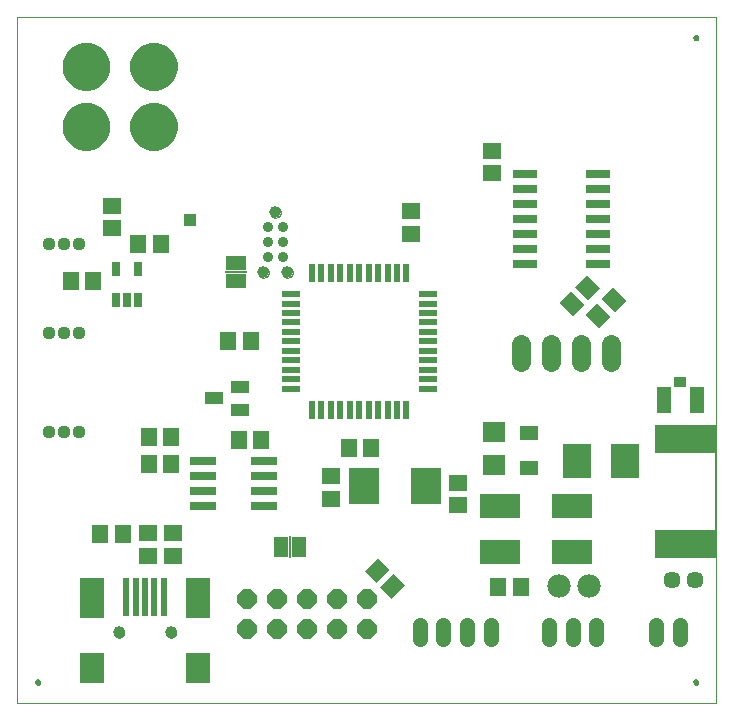
<source format=gts>
G04 EAGLE Gerber X2 export*
G75*
%MOMM*%
%FSLAX34Y34*%
%LPD*%
%AMOC8*
5,1,8,0,0,1.08239X$1,22.5*%
G01*
%ADD10C,0.000000*%
%ADD11C,0.508000*%
%ADD12C,0.889000*%
%ADD13C,0.990600*%
%ADD14R,1.901600X1.701600*%
%ADD15R,1.501600X1.301600*%
%ADD16R,1.601600X0.601600*%
%ADD17R,0.601600X1.601600*%
%ADD18R,1.601600X1.401600*%
%ADD19R,1.401600X1.601600*%
%ADD20R,2.601600X3.101600*%
%ADD21R,2.101600X2.601600*%
%ADD22R,2.101600X3.401600*%
%ADD23R,0.601600X3.201600*%
%ADD24C,1.001600*%
%ADD25C,1.117600*%
%ADD26C,2.000000*%
%ADD27R,2.301600X0.701600*%
%ADD28R,1.006400X1.006400*%
%ADD29R,2.133600X0.762000*%
%ADD30R,5.181600X2.387600*%
%ADD31P,1.759533X8X202.500000*%
%ADD32R,1.270000X1.701800*%
%ADD33R,0.152400X1.828800*%
%ADD34R,3.501600X2.001600*%
%ADD35C,1.625600*%
%ADD36R,1.151600X2.301600*%
%ADD37R,1.101600X0.901600*%
%ADD38C,1.301600*%
%ADD39C,1.451600*%
%ADD40R,1.701800X1.270000*%
%ADD41R,1.828800X0.152400*%
%ADD42C,1.981200*%
%ADD43R,2.387600X2.895600*%
%ADD44R,1.501600X1.101600*%
%ADD45R,0.651600X1.301600*%


D10*
X0Y0D02*
X591820Y0D01*
X591820Y580390D01*
X0Y580390D01*
X0Y0D01*
X572516Y17272D02*
X572518Y17362D01*
X572524Y17452D01*
X572534Y17541D01*
X572548Y17630D01*
X572566Y17718D01*
X572587Y17805D01*
X572613Y17891D01*
X572642Y17976D01*
X572675Y18060D01*
X572712Y18142D01*
X572752Y18222D01*
X572796Y18301D01*
X572843Y18377D01*
X572894Y18452D01*
X572947Y18524D01*
X573004Y18593D01*
X573064Y18660D01*
X573127Y18725D01*
X573193Y18786D01*
X573261Y18845D01*
X573332Y18900D01*
X573405Y18952D01*
X573481Y19001D01*
X573558Y19047D01*
X573638Y19089D01*
X573719Y19127D01*
X573802Y19162D01*
X573886Y19193D01*
X573972Y19221D01*
X574058Y19244D01*
X574146Y19264D01*
X574235Y19280D01*
X574324Y19292D01*
X574413Y19300D01*
X574503Y19304D01*
X574593Y19304D01*
X574683Y19300D01*
X574772Y19292D01*
X574861Y19280D01*
X574950Y19264D01*
X575038Y19244D01*
X575124Y19221D01*
X575210Y19193D01*
X575294Y19162D01*
X575377Y19127D01*
X575458Y19089D01*
X575538Y19047D01*
X575615Y19001D01*
X575691Y18952D01*
X575764Y18900D01*
X575835Y18845D01*
X575903Y18786D01*
X575969Y18725D01*
X576032Y18660D01*
X576092Y18593D01*
X576149Y18524D01*
X576202Y18452D01*
X576253Y18377D01*
X576300Y18301D01*
X576344Y18222D01*
X576384Y18142D01*
X576421Y18060D01*
X576454Y17976D01*
X576483Y17891D01*
X576509Y17805D01*
X576530Y17718D01*
X576548Y17630D01*
X576562Y17541D01*
X576572Y17452D01*
X576578Y17362D01*
X576580Y17272D01*
X576578Y17182D01*
X576572Y17092D01*
X576562Y17003D01*
X576548Y16914D01*
X576530Y16826D01*
X576509Y16739D01*
X576483Y16653D01*
X576454Y16568D01*
X576421Y16484D01*
X576384Y16402D01*
X576344Y16322D01*
X576300Y16243D01*
X576253Y16167D01*
X576202Y16092D01*
X576149Y16020D01*
X576092Y15951D01*
X576032Y15884D01*
X575969Y15819D01*
X575903Y15758D01*
X575835Y15699D01*
X575764Y15644D01*
X575691Y15592D01*
X575615Y15543D01*
X575538Y15497D01*
X575458Y15455D01*
X575377Y15417D01*
X575294Y15382D01*
X575210Y15351D01*
X575124Y15323D01*
X575038Y15300D01*
X574950Y15280D01*
X574861Y15264D01*
X574772Y15252D01*
X574683Y15244D01*
X574593Y15240D01*
X574503Y15240D01*
X574413Y15244D01*
X574324Y15252D01*
X574235Y15264D01*
X574146Y15280D01*
X574058Y15300D01*
X573972Y15323D01*
X573886Y15351D01*
X573802Y15382D01*
X573719Y15417D01*
X573638Y15455D01*
X573558Y15497D01*
X573481Y15543D01*
X573405Y15592D01*
X573332Y15644D01*
X573261Y15699D01*
X573193Y15758D01*
X573127Y15819D01*
X573064Y15884D01*
X573004Y15951D01*
X572947Y16020D01*
X572894Y16092D01*
X572843Y16167D01*
X572796Y16243D01*
X572752Y16322D01*
X572712Y16402D01*
X572675Y16484D01*
X572642Y16568D01*
X572613Y16653D01*
X572587Y16739D01*
X572566Y16826D01*
X572548Y16914D01*
X572534Y17003D01*
X572524Y17092D01*
X572518Y17182D01*
X572516Y17272D01*
D11*
X574548Y17272D03*
D10*
X15240Y17272D02*
X15242Y17362D01*
X15248Y17452D01*
X15258Y17541D01*
X15272Y17630D01*
X15290Y17718D01*
X15311Y17805D01*
X15337Y17891D01*
X15366Y17976D01*
X15399Y18060D01*
X15436Y18142D01*
X15476Y18222D01*
X15520Y18301D01*
X15567Y18377D01*
X15618Y18452D01*
X15671Y18524D01*
X15728Y18593D01*
X15788Y18660D01*
X15851Y18725D01*
X15917Y18786D01*
X15985Y18845D01*
X16056Y18900D01*
X16129Y18952D01*
X16205Y19001D01*
X16282Y19047D01*
X16362Y19089D01*
X16443Y19127D01*
X16526Y19162D01*
X16610Y19193D01*
X16696Y19221D01*
X16782Y19244D01*
X16870Y19264D01*
X16959Y19280D01*
X17048Y19292D01*
X17137Y19300D01*
X17227Y19304D01*
X17317Y19304D01*
X17407Y19300D01*
X17496Y19292D01*
X17585Y19280D01*
X17674Y19264D01*
X17762Y19244D01*
X17848Y19221D01*
X17934Y19193D01*
X18018Y19162D01*
X18101Y19127D01*
X18182Y19089D01*
X18262Y19047D01*
X18339Y19001D01*
X18415Y18952D01*
X18488Y18900D01*
X18559Y18845D01*
X18627Y18786D01*
X18693Y18725D01*
X18756Y18660D01*
X18816Y18593D01*
X18873Y18524D01*
X18926Y18452D01*
X18977Y18377D01*
X19024Y18301D01*
X19068Y18222D01*
X19108Y18142D01*
X19145Y18060D01*
X19178Y17976D01*
X19207Y17891D01*
X19233Y17805D01*
X19254Y17718D01*
X19272Y17630D01*
X19286Y17541D01*
X19296Y17452D01*
X19302Y17362D01*
X19304Y17272D01*
X19302Y17182D01*
X19296Y17092D01*
X19286Y17003D01*
X19272Y16914D01*
X19254Y16826D01*
X19233Y16739D01*
X19207Y16653D01*
X19178Y16568D01*
X19145Y16484D01*
X19108Y16402D01*
X19068Y16322D01*
X19024Y16243D01*
X18977Y16167D01*
X18926Y16092D01*
X18873Y16020D01*
X18816Y15951D01*
X18756Y15884D01*
X18693Y15819D01*
X18627Y15758D01*
X18559Y15699D01*
X18488Y15644D01*
X18415Y15592D01*
X18339Y15543D01*
X18262Y15497D01*
X18182Y15455D01*
X18101Y15417D01*
X18018Y15382D01*
X17934Y15351D01*
X17848Y15323D01*
X17762Y15300D01*
X17674Y15280D01*
X17585Y15264D01*
X17496Y15252D01*
X17407Y15244D01*
X17317Y15240D01*
X17227Y15240D01*
X17137Y15244D01*
X17048Y15252D01*
X16959Y15264D01*
X16870Y15280D01*
X16782Y15300D01*
X16696Y15323D01*
X16610Y15351D01*
X16526Y15382D01*
X16443Y15417D01*
X16362Y15455D01*
X16282Y15497D01*
X16205Y15543D01*
X16129Y15592D01*
X16056Y15644D01*
X15985Y15699D01*
X15917Y15758D01*
X15851Y15819D01*
X15788Y15884D01*
X15728Y15951D01*
X15671Y16020D01*
X15618Y16092D01*
X15567Y16167D01*
X15520Y16243D01*
X15476Y16322D01*
X15436Y16402D01*
X15399Y16484D01*
X15366Y16568D01*
X15337Y16653D01*
X15311Y16739D01*
X15290Y16826D01*
X15272Y16914D01*
X15258Y17003D01*
X15248Y17092D01*
X15242Y17182D01*
X15240Y17272D01*
D11*
X17272Y17272D03*
D10*
X572516Y563118D02*
X572518Y563208D01*
X572524Y563298D01*
X572534Y563387D01*
X572548Y563476D01*
X572566Y563564D01*
X572587Y563651D01*
X572613Y563737D01*
X572642Y563822D01*
X572675Y563906D01*
X572712Y563988D01*
X572752Y564068D01*
X572796Y564147D01*
X572843Y564223D01*
X572894Y564298D01*
X572947Y564370D01*
X573004Y564439D01*
X573064Y564506D01*
X573127Y564571D01*
X573193Y564632D01*
X573261Y564691D01*
X573332Y564746D01*
X573405Y564798D01*
X573481Y564847D01*
X573558Y564893D01*
X573638Y564935D01*
X573719Y564973D01*
X573802Y565008D01*
X573886Y565039D01*
X573972Y565067D01*
X574058Y565090D01*
X574146Y565110D01*
X574235Y565126D01*
X574324Y565138D01*
X574413Y565146D01*
X574503Y565150D01*
X574593Y565150D01*
X574683Y565146D01*
X574772Y565138D01*
X574861Y565126D01*
X574950Y565110D01*
X575038Y565090D01*
X575124Y565067D01*
X575210Y565039D01*
X575294Y565008D01*
X575377Y564973D01*
X575458Y564935D01*
X575538Y564893D01*
X575615Y564847D01*
X575691Y564798D01*
X575764Y564746D01*
X575835Y564691D01*
X575903Y564632D01*
X575969Y564571D01*
X576032Y564506D01*
X576092Y564439D01*
X576149Y564370D01*
X576202Y564298D01*
X576253Y564223D01*
X576300Y564147D01*
X576344Y564068D01*
X576384Y563988D01*
X576421Y563906D01*
X576454Y563822D01*
X576483Y563737D01*
X576509Y563651D01*
X576530Y563564D01*
X576548Y563476D01*
X576562Y563387D01*
X576572Y563298D01*
X576578Y563208D01*
X576580Y563118D01*
X576578Y563028D01*
X576572Y562938D01*
X576562Y562849D01*
X576548Y562760D01*
X576530Y562672D01*
X576509Y562585D01*
X576483Y562499D01*
X576454Y562414D01*
X576421Y562330D01*
X576384Y562248D01*
X576344Y562168D01*
X576300Y562089D01*
X576253Y562013D01*
X576202Y561938D01*
X576149Y561866D01*
X576092Y561797D01*
X576032Y561730D01*
X575969Y561665D01*
X575903Y561604D01*
X575835Y561545D01*
X575764Y561490D01*
X575691Y561438D01*
X575615Y561389D01*
X575538Y561343D01*
X575458Y561301D01*
X575377Y561263D01*
X575294Y561228D01*
X575210Y561197D01*
X575124Y561169D01*
X575038Y561146D01*
X574950Y561126D01*
X574861Y561110D01*
X574772Y561098D01*
X574683Y561090D01*
X574593Y561086D01*
X574503Y561086D01*
X574413Y561090D01*
X574324Y561098D01*
X574235Y561110D01*
X574146Y561126D01*
X574058Y561146D01*
X573972Y561169D01*
X573886Y561197D01*
X573802Y561228D01*
X573719Y561263D01*
X573638Y561301D01*
X573558Y561343D01*
X573481Y561389D01*
X573405Y561438D01*
X573332Y561490D01*
X573261Y561545D01*
X573193Y561604D01*
X573127Y561665D01*
X573064Y561730D01*
X573004Y561797D01*
X572947Y561866D01*
X572894Y561938D01*
X572843Y562013D01*
X572796Y562089D01*
X572752Y562168D01*
X572712Y562248D01*
X572675Y562330D01*
X572642Y562414D01*
X572613Y562499D01*
X572587Y562585D01*
X572566Y562672D01*
X572548Y562760D01*
X572534Y562849D01*
X572524Y562938D01*
X572518Y563028D01*
X572516Y563118D01*
D11*
X574548Y563118D03*
D12*
X224790Y402590D03*
X224790Y389890D03*
X224790Y377190D03*
X212090Y377190D03*
X212090Y389890D03*
X212090Y402590D03*
D10*
X213995Y415290D02*
X213997Y415423D01*
X214003Y415556D01*
X214013Y415688D01*
X214027Y415821D01*
X214045Y415952D01*
X214066Y416084D01*
X214092Y416214D01*
X214122Y416344D01*
X214155Y416473D01*
X214192Y416600D01*
X214234Y416727D01*
X214278Y416852D01*
X214327Y416976D01*
X214379Y417098D01*
X214435Y417219D01*
X214495Y417338D01*
X214558Y417455D01*
X214624Y417570D01*
X214694Y417683D01*
X214767Y417794D01*
X214844Y417903D01*
X214924Y418009D01*
X215007Y418113D01*
X215093Y418215D01*
X215182Y418313D01*
X215273Y418409D01*
X215368Y418503D01*
X215466Y418593D01*
X215566Y418681D01*
X215669Y418765D01*
X215774Y418847D01*
X215881Y418925D01*
X215991Y419000D01*
X216103Y419071D01*
X216218Y419139D01*
X216334Y419204D01*
X216452Y419266D01*
X216572Y419323D01*
X216693Y419377D01*
X216816Y419428D01*
X216941Y419474D01*
X217066Y419517D01*
X217194Y419557D01*
X217322Y419592D01*
X217451Y419624D01*
X217581Y419651D01*
X217712Y419675D01*
X217843Y419695D01*
X217975Y419711D01*
X218108Y419723D01*
X218241Y419731D01*
X218374Y419735D01*
X218506Y419735D01*
X218639Y419731D01*
X218772Y419723D01*
X218905Y419711D01*
X219037Y419695D01*
X219168Y419675D01*
X219299Y419651D01*
X219429Y419624D01*
X219558Y419592D01*
X219686Y419557D01*
X219814Y419517D01*
X219939Y419474D01*
X220064Y419428D01*
X220187Y419377D01*
X220308Y419323D01*
X220428Y419266D01*
X220546Y419204D01*
X220663Y419139D01*
X220777Y419071D01*
X220889Y419000D01*
X220999Y418925D01*
X221106Y418847D01*
X221211Y418765D01*
X221314Y418681D01*
X221414Y418593D01*
X221512Y418503D01*
X221607Y418409D01*
X221698Y418313D01*
X221787Y418215D01*
X221873Y418113D01*
X221956Y418009D01*
X222036Y417903D01*
X222113Y417794D01*
X222186Y417683D01*
X222256Y417570D01*
X222322Y417455D01*
X222385Y417338D01*
X222445Y417219D01*
X222501Y417098D01*
X222553Y416976D01*
X222602Y416852D01*
X222646Y416727D01*
X222688Y416600D01*
X222725Y416473D01*
X222758Y416344D01*
X222788Y416214D01*
X222814Y416084D01*
X222835Y415952D01*
X222853Y415821D01*
X222867Y415688D01*
X222877Y415556D01*
X222883Y415423D01*
X222885Y415290D01*
X222883Y415157D01*
X222877Y415024D01*
X222867Y414892D01*
X222853Y414759D01*
X222835Y414628D01*
X222814Y414496D01*
X222788Y414366D01*
X222758Y414236D01*
X222725Y414107D01*
X222688Y413980D01*
X222646Y413853D01*
X222602Y413728D01*
X222553Y413604D01*
X222501Y413482D01*
X222445Y413361D01*
X222385Y413242D01*
X222322Y413125D01*
X222256Y413010D01*
X222186Y412897D01*
X222113Y412786D01*
X222036Y412677D01*
X221956Y412571D01*
X221873Y412467D01*
X221787Y412365D01*
X221698Y412267D01*
X221607Y412171D01*
X221512Y412077D01*
X221414Y411987D01*
X221314Y411899D01*
X221211Y411815D01*
X221106Y411733D01*
X220999Y411655D01*
X220889Y411580D01*
X220777Y411509D01*
X220662Y411441D01*
X220546Y411376D01*
X220428Y411314D01*
X220308Y411257D01*
X220187Y411203D01*
X220064Y411152D01*
X219939Y411106D01*
X219814Y411063D01*
X219686Y411023D01*
X219558Y410988D01*
X219429Y410956D01*
X219299Y410929D01*
X219168Y410905D01*
X219037Y410885D01*
X218905Y410869D01*
X218772Y410857D01*
X218639Y410849D01*
X218506Y410845D01*
X218374Y410845D01*
X218241Y410849D01*
X218108Y410857D01*
X217975Y410869D01*
X217843Y410885D01*
X217712Y410905D01*
X217581Y410929D01*
X217451Y410956D01*
X217322Y410988D01*
X217194Y411023D01*
X217066Y411063D01*
X216941Y411106D01*
X216816Y411152D01*
X216693Y411203D01*
X216572Y411257D01*
X216452Y411314D01*
X216334Y411376D01*
X216217Y411441D01*
X216103Y411509D01*
X215991Y411580D01*
X215881Y411655D01*
X215774Y411733D01*
X215669Y411815D01*
X215566Y411899D01*
X215466Y411987D01*
X215368Y412077D01*
X215273Y412171D01*
X215182Y412267D01*
X215093Y412365D01*
X215007Y412467D01*
X214924Y412571D01*
X214844Y412677D01*
X214767Y412786D01*
X214694Y412897D01*
X214624Y413010D01*
X214558Y413125D01*
X214495Y413242D01*
X214435Y413361D01*
X214379Y413482D01*
X214327Y413604D01*
X214278Y413728D01*
X214234Y413853D01*
X214192Y413980D01*
X214155Y414107D01*
X214122Y414236D01*
X214092Y414366D01*
X214066Y414496D01*
X214045Y414628D01*
X214027Y414759D01*
X214013Y414892D01*
X214003Y415024D01*
X213997Y415157D01*
X213995Y415290D01*
D13*
X218440Y415290D03*
D10*
X203835Y364490D02*
X203837Y364623D01*
X203843Y364756D01*
X203853Y364888D01*
X203867Y365021D01*
X203885Y365152D01*
X203906Y365284D01*
X203932Y365414D01*
X203962Y365544D01*
X203995Y365673D01*
X204032Y365800D01*
X204074Y365927D01*
X204118Y366052D01*
X204167Y366176D01*
X204219Y366298D01*
X204275Y366419D01*
X204335Y366538D01*
X204398Y366655D01*
X204464Y366770D01*
X204534Y366883D01*
X204607Y366994D01*
X204684Y367103D01*
X204764Y367209D01*
X204847Y367313D01*
X204933Y367415D01*
X205022Y367513D01*
X205113Y367609D01*
X205208Y367703D01*
X205306Y367793D01*
X205406Y367881D01*
X205509Y367965D01*
X205614Y368047D01*
X205721Y368125D01*
X205831Y368200D01*
X205943Y368271D01*
X206058Y368339D01*
X206174Y368404D01*
X206292Y368466D01*
X206412Y368523D01*
X206533Y368577D01*
X206656Y368628D01*
X206781Y368674D01*
X206906Y368717D01*
X207034Y368757D01*
X207162Y368792D01*
X207291Y368824D01*
X207421Y368851D01*
X207552Y368875D01*
X207683Y368895D01*
X207815Y368911D01*
X207948Y368923D01*
X208081Y368931D01*
X208214Y368935D01*
X208346Y368935D01*
X208479Y368931D01*
X208612Y368923D01*
X208745Y368911D01*
X208877Y368895D01*
X209008Y368875D01*
X209139Y368851D01*
X209269Y368824D01*
X209398Y368792D01*
X209526Y368757D01*
X209654Y368717D01*
X209779Y368674D01*
X209904Y368628D01*
X210027Y368577D01*
X210148Y368523D01*
X210268Y368466D01*
X210386Y368404D01*
X210503Y368339D01*
X210617Y368271D01*
X210729Y368200D01*
X210839Y368125D01*
X210946Y368047D01*
X211051Y367965D01*
X211154Y367881D01*
X211254Y367793D01*
X211352Y367703D01*
X211447Y367609D01*
X211538Y367513D01*
X211627Y367415D01*
X211713Y367313D01*
X211796Y367209D01*
X211876Y367103D01*
X211953Y366994D01*
X212026Y366883D01*
X212096Y366770D01*
X212162Y366655D01*
X212225Y366538D01*
X212285Y366419D01*
X212341Y366298D01*
X212393Y366176D01*
X212442Y366052D01*
X212486Y365927D01*
X212528Y365800D01*
X212565Y365673D01*
X212598Y365544D01*
X212628Y365414D01*
X212654Y365284D01*
X212675Y365152D01*
X212693Y365021D01*
X212707Y364888D01*
X212717Y364756D01*
X212723Y364623D01*
X212725Y364490D01*
X212723Y364357D01*
X212717Y364224D01*
X212707Y364092D01*
X212693Y363959D01*
X212675Y363828D01*
X212654Y363696D01*
X212628Y363566D01*
X212598Y363436D01*
X212565Y363307D01*
X212528Y363180D01*
X212486Y363053D01*
X212442Y362928D01*
X212393Y362804D01*
X212341Y362682D01*
X212285Y362561D01*
X212225Y362442D01*
X212162Y362325D01*
X212096Y362210D01*
X212026Y362097D01*
X211953Y361986D01*
X211876Y361877D01*
X211796Y361771D01*
X211713Y361667D01*
X211627Y361565D01*
X211538Y361467D01*
X211447Y361371D01*
X211352Y361277D01*
X211254Y361187D01*
X211154Y361099D01*
X211051Y361015D01*
X210946Y360933D01*
X210839Y360855D01*
X210729Y360780D01*
X210617Y360709D01*
X210502Y360641D01*
X210386Y360576D01*
X210268Y360514D01*
X210148Y360457D01*
X210027Y360403D01*
X209904Y360352D01*
X209779Y360306D01*
X209654Y360263D01*
X209526Y360223D01*
X209398Y360188D01*
X209269Y360156D01*
X209139Y360129D01*
X209008Y360105D01*
X208877Y360085D01*
X208745Y360069D01*
X208612Y360057D01*
X208479Y360049D01*
X208346Y360045D01*
X208214Y360045D01*
X208081Y360049D01*
X207948Y360057D01*
X207815Y360069D01*
X207683Y360085D01*
X207552Y360105D01*
X207421Y360129D01*
X207291Y360156D01*
X207162Y360188D01*
X207034Y360223D01*
X206906Y360263D01*
X206781Y360306D01*
X206656Y360352D01*
X206533Y360403D01*
X206412Y360457D01*
X206292Y360514D01*
X206174Y360576D01*
X206057Y360641D01*
X205943Y360709D01*
X205831Y360780D01*
X205721Y360855D01*
X205614Y360933D01*
X205509Y361015D01*
X205406Y361099D01*
X205306Y361187D01*
X205208Y361277D01*
X205113Y361371D01*
X205022Y361467D01*
X204933Y361565D01*
X204847Y361667D01*
X204764Y361771D01*
X204684Y361877D01*
X204607Y361986D01*
X204534Y362097D01*
X204464Y362210D01*
X204398Y362325D01*
X204335Y362442D01*
X204275Y362561D01*
X204219Y362682D01*
X204167Y362804D01*
X204118Y362928D01*
X204074Y363053D01*
X204032Y363180D01*
X203995Y363307D01*
X203962Y363436D01*
X203932Y363566D01*
X203906Y363696D01*
X203885Y363828D01*
X203867Y363959D01*
X203853Y364092D01*
X203843Y364224D01*
X203837Y364357D01*
X203835Y364490D01*
D13*
X208280Y364490D03*
D10*
X224155Y364490D02*
X224157Y364623D01*
X224163Y364756D01*
X224173Y364888D01*
X224187Y365021D01*
X224205Y365152D01*
X224226Y365284D01*
X224252Y365414D01*
X224282Y365544D01*
X224315Y365673D01*
X224352Y365800D01*
X224394Y365927D01*
X224438Y366052D01*
X224487Y366176D01*
X224539Y366298D01*
X224595Y366419D01*
X224655Y366538D01*
X224718Y366655D01*
X224784Y366770D01*
X224854Y366883D01*
X224927Y366994D01*
X225004Y367103D01*
X225084Y367209D01*
X225167Y367313D01*
X225253Y367415D01*
X225342Y367513D01*
X225433Y367609D01*
X225528Y367703D01*
X225626Y367793D01*
X225726Y367881D01*
X225829Y367965D01*
X225934Y368047D01*
X226041Y368125D01*
X226151Y368200D01*
X226263Y368271D01*
X226378Y368339D01*
X226494Y368404D01*
X226612Y368466D01*
X226732Y368523D01*
X226853Y368577D01*
X226976Y368628D01*
X227101Y368674D01*
X227226Y368717D01*
X227354Y368757D01*
X227482Y368792D01*
X227611Y368824D01*
X227741Y368851D01*
X227872Y368875D01*
X228003Y368895D01*
X228135Y368911D01*
X228268Y368923D01*
X228401Y368931D01*
X228534Y368935D01*
X228666Y368935D01*
X228799Y368931D01*
X228932Y368923D01*
X229065Y368911D01*
X229197Y368895D01*
X229328Y368875D01*
X229459Y368851D01*
X229589Y368824D01*
X229718Y368792D01*
X229846Y368757D01*
X229974Y368717D01*
X230099Y368674D01*
X230224Y368628D01*
X230347Y368577D01*
X230468Y368523D01*
X230588Y368466D01*
X230706Y368404D01*
X230823Y368339D01*
X230937Y368271D01*
X231049Y368200D01*
X231159Y368125D01*
X231266Y368047D01*
X231371Y367965D01*
X231474Y367881D01*
X231574Y367793D01*
X231672Y367703D01*
X231767Y367609D01*
X231858Y367513D01*
X231947Y367415D01*
X232033Y367313D01*
X232116Y367209D01*
X232196Y367103D01*
X232273Y366994D01*
X232346Y366883D01*
X232416Y366770D01*
X232482Y366655D01*
X232545Y366538D01*
X232605Y366419D01*
X232661Y366298D01*
X232713Y366176D01*
X232762Y366052D01*
X232806Y365927D01*
X232848Y365800D01*
X232885Y365673D01*
X232918Y365544D01*
X232948Y365414D01*
X232974Y365284D01*
X232995Y365152D01*
X233013Y365021D01*
X233027Y364888D01*
X233037Y364756D01*
X233043Y364623D01*
X233045Y364490D01*
X233043Y364357D01*
X233037Y364224D01*
X233027Y364092D01*
X233013Y363959D01*
X232995Y363828D01*
X232974Y363696D01*
X232948Y363566D01*
X232918Y363436D01*
X232885Y363307D01*
X232848Y363180D01*
X232806Y363053D01*
X232762Y362928D01*
X232713Y362804D01*
X232661Y362682D01*
X232605Y362561D01*
X232545Y362442D01*
X232482Y362325D01*
X232416Y362210D01*
X232346Y362097D01*
X232273Y361986D01*
X232196Y361877D01*
X232116Y361771D01*
X232033Y361667D01*
X231947Y361565D01*
X231858Y361467D01*
X231767Y361371D01*
X231672Y361277D01*
X231574Y361187D01*
X231474Y361099D01*
X231371Y361015D01*
X231266Y360933D01*
X231159Y360855D01*
X231049Y360780D01*
X230937Y360709D01*
X230822Y360641D01*
X230706Y360576D01*
X230588Y360514D01*
X230468Y360457D01*
X230347Y360403D01*
X230224Y360352D01*
X230099Y360306D01*
X229974Y360263D01*
X229846Y360223D01*
X229718Y360188D01*
X229589Y360156D01*
X229459Y360129D01*
X229328Y360105D01*
X229197Y360085D01*
X229065Y360069D01*
X228932Y360057D01*
X228799Y360049D01*
X228666Y360045D01*
X228534Y360045D01*
X228401Y360049D01*
X228268Y360057D01*
X228135Y360069D01*
X228003Y360085D01*
X227872Y360105D01*
X227741Y360129D01*
X227611Y360156D01*
X227482Y360188D01*
X227354Y360223D01*
X227226Y360263D01*
X227101Y360306D01*
X226976Y360352D01*
X226853Y360403D01*
X226732Y360457D01*
X226612Y360514D01*
X226494Y360576D01*
X226377Y360641D01*
X226263Y360709D01*
X226151Y360780D01*
X226041Y360855D01*
X225934Y360933D01*
X225829Y361015D01*
X225726Y361099D01*
X225626Y361187D01*
X225528Y361277D01*
X225433Y361371D01*
X225342Y361467D01*
X225253Y361565D01*
X225167Y361667D01*
X225084Y361771D01*
X225004Y361877D01*
X224927Y361986D01*
X224854Y362097D01*
X224784Y362210D01*
X224718Y362325D01*
X224655Y362442D01*
X224595Y362561D01*
X224539Y362682D01*
X224487Y362804D01*
X224438Y362928D01*
X224394Y363053D01*
X224352Y363180D01*
X224315Y363307D01*
X224282Y363436D01*
X224252Y363566D01*
X224226Y363696D01*
X224205Y363828D01*
X224187Y363959D01*
X224173Y364092D01*
X224163Y364224D01*
X224157Y364357D01*
X224155Y364490D01*
D13*
X228600Y364490D03*
D14*
X403352Y201392D03*
X403352Y229392D03*
D15*
X432816Y228868D03*
X432816Y198868D03*
D16*
X231306Y346070D03*
X231306Y338070D03*
X231306Y330070D03*
X231306Y322070D03*
X231306Y314070D03*
X231306Y306070D03*
X231306Y298070D03*
X231306Y290070D03*
X231306Y282070D03*
X231306Y274070D03*
X231306Y266070D03*
D17*
X249306Y248070D03*
X257306Y248070D03*
X265306Y248070D03*
X273306Y248070D03*
X281306Y248070D03*
X289306Y248070D03*
X297306Y248070D03*
X305306Y248070D03*
X313306Y248070D03*
X321306Y248070D03*
X329306Y248070D03*
D16*
X347306Y266070D03*
X347306Y274070D03*
X347306Y282070D03*
X347306Y290070D03*
X347306Y298070D03*
X347306Y306070D03*
X347306Y314070D03*
X347306Y322070D03*
X347306Y330070D03*
X347306Y338070D03*
X347306Y346070D03*
D17*
X329306Y364070D03*
X321306Y364070D03*
X313306Y364070D03*
X305306Y364070D03*
X297306Y364070D03*
X289306Y364070D03*
X281306Y364070D03*
X273306Y364070D03*
X265306Y364070D03*
X257306Y364070D03*
X249306Y364070D03*
D18*
X265430Y172872D03*
X265430Y191872D03*
X372872Y167284D03*
X372872Y186284D03*
D19*
X280314Y215646D03*
X299314Y215646D03*
X178587Y306578D03*
X197587Y306578D03*
D20*
X293390Y183896D03*
X345690Y183896D03*
D21*
X152450Y29690D03*
X63450Y29690D03*
D22*
X152450Y88690D03*
X63450Y88690D03*
D23*
X91950Y89690D03*
X99950Y89690D03*
X107950Y89690D03*
X115950Y89690D03*
X123950Y89690D03*
D10*
X81450Y59690D02*
X81452Y59824D01*
X81458Y59958D01*
X81468Y60091D01*
X81482Y60225D01*
X81500Y60358D01*
X81522Y60490D01*
X81547Y60621D01*
X81577Y60752D01*
X81611Y60882D01*
X81648Y61010D01*
X81689Y61138D01*
X81734Y61264D01*
X81783Y61389D01*
X81835Y61512D01*
X81891Y61634D01*
X81951Y61754D01*
X82014Y61872D01*
X82081Y61988D01*
X82151Y62102D01*
X82225Y62214D01*
X82302Y62324D01*
X82382Y62432D01*
X82465Y62537D01*
X82551Y62639D01*
X82640Y62739D01*
X82733Y62836D01*
X82828Y62931D01*
X82926Y63022D01*
X83026Y63111D01*
X83129Y63196D01*
X83235Y63279D01*
X83343Y63358D01*
X83453Y63434D01*
X83566Y63507D01*
X83681Y63576D01*
X83797Y63642D01*
X83916Y63704D01*
X84036Y63763D01*
X84159Y63818D01*
X84282Y63870D01*
X84407Y63917D01*
X84534Y63961D01*
X84662Y64002D01*
X84791Y64038D01*
X84921Y64071D01*
X85052Y64099D01*
X85183Y64124D01*
X85316Y64145D01*
X85449Y64162D01*
X85582Y64175D01*
X85716Y64184D01*
X85850Y64189D01*
X85984Y64190D01*
X86117Y64187D01*
X86251Y64180D01*
X86385Y64169D01*
X86518Y64154D01*
X86651Y64135D01*
X86783Y64112D01*
X86914Y64086D01*
X87044Y64055D01*
X87174Y64020D01*
X87302Y63982D01*
X87429Y63940D01*
X87555Y63894D01*
X87680Y63844D01*
X87803Y63791D01*
X87924Y63734D01*
X88044Y63673D01*
X88161Y63609D01*
X88277Y63542D01*
X88391Y63471D01*
X88502Y63396D01*
X88611Y63319D01*
X88718Y63238D01*
X88823Y63154D01*
X88924Y63067D01*
X89024Y62977D01*
X89120Y62884D01*
X89214Y62788D01*
X89305Y62689D01*
X89392Y62588D01*
X89477Y62484D01*
X89559Y62378D01*
X89637Y62270D01*
X89712Y62159D01*
X89784Y62046D01*
X89853Y61930D01*
X89918Y61813D01*
X89979Y61694D01*
X90037Y61573D01*
X90091Y61451D01*
X90142Y61327D01*
X90189Y61201D01*
X90232Y61074D01*
X90271Y60946D01*
X90307Y60817D01*
X90338Y60687D01*
X90366Y60556D01*
X90390Y60424D01*
X90410Y60291D01*
X90426Y60158D01*
X90438Y60025D01*
X90446Y59891D01*
X90450Y59757D01*
X90450Y59623D01*
X90446Y59489D01*
X90438Y59355D01*
X90426Y59222D01*
X90410Y59089D01*
X90390Y58956D01*
X90366Y58824D01*
X90338Y58693D01*
X90307Y58563D01*
X90271Y58434D01*
X90232Y58306D01*
X90189Y58179D01*
X90142Y58053D01*
X90091Y57929D01*
X90037Y57807D01*
X89979Y57686D01*
X89918Y57567D01*
X89853Y57450D01*
X89784Y57334D01*
X89712Y57221D01*
X89637Y57110D01*
X89559Y57002D01*
X89477Y56896D01*
X89392Y56792D01*
X89305Y56691D01*
X89214Y56592D01*
X89120Y56496D01*
X89024Y56403D01*
X88924Y56313D01*
X88823Y56226D01*
X88718Y56142D01*
X88611Y56061D01*
X88502Y55984D01*
X88391Y55909D01*
X88277Y55838D01*
X88161Y55771D01*
X88044Y55707D01*
X87924Y55646D01*
X87803Y55589D01*
X87680Y55536D01*
X87555Y55486D01*
X87429Y55440D01*
X87302Y55398D01*
X87174Y55360D01*
X87044Y55325D01*
X86914Y55294D01*
X86783Y55268D01*
X86651Y55245D01*
X86518Y55226D01*
X86385Y55211D01*
X86251Y55200D01*
X86117Y55193D01*
X85984Y55190D01*
X85850Y55191D01*
X85716Y55196D01*
X85582Y55205D01*
X85449Y55218D01*
X85316Y55235D01*
X85183Y55256D01*
X85052Y55281D01*
X84921Y55309D01*
X84791Y55342D01*
X84662Y55378D01*
X84534Y55419D01*
X84407Y55463D01*
X84282Y55510D01*
X84159Y55562D01*
X84036Y55617D01*
X83916Y55676D01*
X83797Y55738D01*
X83681Y55804D01*
X83566Y55873D01*
X83453Y55946D01*
X83343Y56022D01*
X83235Y56101D01*
X83129Y56184D01*
X83026Y56269D01*
X82926Y56358D01*
X82828Y56449D01*
X82733Y56544D01*
X82640Y56641D01*
X82551Y56741D01*
X82465Y56843D01*
X82382Y56948D01*
X82302Y57056D01*
X82225Y57166D01*
X82151Y57278D01*
X82081Y57392D01*
X82014Y57508D01*
X81951Y57626D01*
X81891Y57746D01*
X81835Y57868D01*
X81783Y57991D01*
X81734Y58116D01*
X81689Y58242D01*
X81648Y58370D01*
X81611Y58498D01*
X81577Y58628D01*
X81547Y58759D01*
X81522Y58890D01*
X81500Y59022D01*
X81482Y59155D01*
X81468Y59289D01*
X81458Y59422D01*
X81452Y59556D01*
X81450Y59690D01*
D24*
X85950Y59690D03*
D10*
X125450Y59690D02*
X125452Y59824D01*
X125458Y59958D01*
X125468Y60091D01*
X125482Y60225D01*
X125500Y60358D01*
X125522Y60490D01*
X125547Y60621D01*
X125577Y60752D01*
X125611Y60882D01*
X125648Y61010D01*
X125689Y61138D01*
X125734Y61264D01*
X125783Y61389D01*
X125835Y61512D01*
X125891Y61634D01*
X125951Y61754D01*
X126014Y61872D01*
X126081Y61988D01*
X126151Y62102D01*
X126225Y62214D01*
X126302Y62324D01*
X126382Y62432D01*
X126465Y62537D01*
X126551Y62639D01*
X126640Y62739D01*
X126733Y62836D01*
X126828Y62931D01*
X126926Y63022D01*
X127026Y63111D01*
X127129Y63196D01*
X127235Y63279D01*
X127343Y63358D01*
X127453Y63434D01*
X127566Y63507D01*
X127681Y63576D01*
X127797Y63642D01*
X127916Y63704D01*
X128036Y63763D01*
X128159Y63818D01*
X128282Y63870D01*
X128407Y63917D01*
X128534Y63961D01*
X128662Y64002D01*
X128791Y64038D01*
X128921Y64071D01*
X129052Y64099D01*
X129183Y64124D01*
X129316Y64145D01*
X129449Y64162D01*
X129582Y64175D01*
X129716Y64184D01*
X129850Y64189D01*
X129984Y64190D01*
X130117Y64187D01*
X130251Y64180D01*
X130385Y64169D01*
X130518Y64154D01*
X130651Y64135D01*
X130783Y64112D01*
X130914Y64086D01*
X131044Y64055D01*
X131174Y64020D01*
X131302Y63982D01*
X131429Y63940D01*
X131555Y63894D01*
X131680Y63844D01*
X131803Y63791D01*
X131924Y63734D01*
X132044Y63673D01*
X132161Y63609D01*
X132277Y63542D01*
X132391Y63471D01*
X132502Y63396D01*
X132611Y63319D01*
X132718Y63238D01*
X132823Y63154D01*
X132924Y63067D01*
X133024Y62977D01*
X133120Y62884D01*
X133214Y62788D01*
X133305Y62689D01*
X133392Y62588D01*
X133477Y62484D01*
X133559Y62378D01*
X133637Y62270D01*
X133712Y62159D01*
X133784Y62046D01*
X133853Y61930D01*
X133918Y61813D01*
X133979Y61694D01*
X134037Y61573D01*
X134091Y61451D01*
X134142Y61327D01*
X134189Y61201D01*
X134232Y61074D01*
X134271Y60946D01*
X134307Y60817D01*
X134338Y60687D01*
X134366Y60556D01*
X134390Y60424D01*
X134410Y60291D01*
X134426Y60158D01*
X134438Y60025D01*
X134446Y59891D01*
X134450Y59757D01*
X134450Y59623D01*
X134446Y59489D01*
X134438Y59355D01*
X134426Y59222D01*
X134410Y59089D01*
X134390Y58956D01*
X134366Y58824D01*
X134338Y58693D01*
X134307Y58563D01*
X134271Y58434D01*
X134232Y58306D01*
X134189Y58179D01*
X134142Y58053D01*
X134091Y57929D01*
X134037Y57807D01*
X133979Y57686D01*
X133918Y57567D01*
X133853Y57450D01*
X133784Y57334D01*
X133712Y57221D01*
X133637Y57110D01*
X133559Y57002D01*
X133477Y56896D01*
X133392Y56792D01*
X133305Y56691D01*
X133214Y56592D01*
X133120Y56496D01*
X133024Y56403D01*
X132924Y56313D01*
X132823Y56226D01*
X132718Y56142D01*
X132611Y56061D01*
X132502Y55984D01*
X132391Y55909D01*
X132277Y55838D01*
X132161Y55771D01*
X132044Y55707D01*
X131924Y55646D01*
X131803Y55589D01*
X131680Y55536D01*
X131555Y55486D01*
X131429Y55440D01*
X131302Y55398D01*
X131174Y55360D01*
X131044Y55325D01*
X130914Y55294D01*
X130783Y55268D01*
X130651Y55245D01*
X130518Y55226D01*
X130385Y55211D01*
X130251Y55200D01*
X130117Y55193D01*
X129984Y55190D01*
X129850Y55191D01*
X129716Y55196D01*
X129582Y55205D01*
X129449Y55218D01*
X129316Y55235D01*
X129183Y55256D01*
X129052Y55281D01*
X128921Y55309D01*
X128791Y55342D01*
X128662Y55378D01*
X128534Y55419D01*
X128407Y55463D01*
X128282Y55510D01*
X128159Y55562D01*
X128036Y55617D01*
X127916Y55676D01*
X127797Y55738D01*
X127681Y55804D01*
X127566Y55873D01*
X127453Y55946D01*
X127343Y56022D01*
X127235Y56101D01*
X127129Y56184D01*
X127026Y56269D01*
X126926Y56358D01*
X126828Y56449D01*
X126733Y56544D01*
X126640Y56641D01*
X126551Y56741D01*
X126465Y56843D01*
X126382Y56948D01*
X126302Y57056D01*
X126225Y57166D01*
X126151Y57278D01*
X126081Y57392D01*
X126014Y57508D01*
X125951Y57626D01*
X125891Y57746D01*
X125835Y57868D01*
X125783Y57991D01*
X125734Y58116D01*
X125689Y58242D01*
X125648Y58370D01*
X125611Y58498D01*
X125577Y58628D01*
X125547Y58759D01*
X125522Y58890D01*
X125500Y59022D01*
X125482Y59155D01*
X125468Y59289D01*
X125458Y59422D01*
X125452Y59556D01*
X125450Y59690D01*
D24*
X129950Y59690D03*
D18*
X131572Y143612D03*
X131572Y124612D03*
X110236Y143612D03*
X110236Y124612D03*
D19*
X70002Y143256D03*
X89002Y143256D03*
D18*
X332994Y416154D03*
X332994Y397154D03*
D25*
X39116Y313182D03*
X51816Y313182D03*
X26416Y313182D03*
X39116Y388366D03*
X51816Y388366D03*
X26416Y388366D03*
X39370Y229108D03*
X52070Y229108D03*
X26670Y229108D03*
D26*
X48420Y538480D02*
X48423Y538725D01*
X48432Y538971D01*
X48447Y539216D01*
X48468Y539460D01*
X48495Y539704D01*
X48528Y539947D01*
X48567Y540190D01*
X48612Y540431D01*
X48663Y540671D01*
X48720Y540910D01*
X48782Y541147D01*
X48851Y541383D01*
X48925Y541617D01*
X49005Y541849D01*
X49090Y542079D01*
X49181Y542307D01*
X49278Y542532D01*
X49380Y542756D01*
X49488Y542976D01*
X49601Y543194D01*
X49719Y543409D01*
X49843Y543621D01*
X49971Y543830D01*
X50105Y544036D01*
X50244Y544238D01*
X50388Y544437D01*
X50537Y544632D01*
X50690Y544824D01*
X50848Y545012D01*
X51010Y545196D01*
X51178Y545375D01*
X51349Y545551D01*
X51525Y545722D01*
X51704Y545890D01*
X51888Y546052D01*
X52076Y546210D01*
X52268Y546363D01*
X52463Y546512D01*
X52662Y546656D01*
X52864Y546795D01*
X53070Y546929D01*
X53279Y547057D01*
X53491Y547181D01*
X53706Y547299D01*
X53924Y547412D01*
X54144Y547520D01*
X54368Y547622D01*
X54593Y547719D01*
X54821Y547810D01*
X55051Y547895D01*
X55283Y547975D01*
X55517Y548049D01*
X55753Y548118D01*
X55990Y548180D01*
X56229Y548237D01*
X56469Y548288D01*
X56710Y548333D01*
X56953Y548372D01*
X57196Y548405D01*
X57440Y548432D01*
X57684Y548453D01*
X57929Y548468D01*
X58175Y548477D01*
X58420Y548480D01*
X58665Y548477D01*
X58911Y548468D01*
X59156Y548453D01*
X59400Y548432D01*
X59644Y548405D01*
X59887Y548372D01*
X60130Y548333D01*
X60371Y548288D01*
X60611Y548237D01*
X60850Y548180D01*
X61087Y548118D01*
X61323Y548049D01*
X61557Y547975D01*
X61789Y547895D01*
X62019Y547810D01*
X62247Y547719D01*
X62472Y547622D01*
X62696Y547520D01*
X62916Y547412D01*
X63134Y547299D01*
X63349Y547181D01*
X63561Y547057D01*
X63770Y546929D01*
X63976Y546795D01*
X64178Y546656D01*
X64377Y546512D01*
X64572Y546363D01*
X64764Y546210D01*
X64952Y546052D01*
X65136Y545890D01*
X65315Y545722D01*
X65491Y545551D01*
X65662Y545375D01*
X65830Y545196D01*
X65992Y545012D01*
X66150Y544824D01*
X66303Y544632D01*
X66452Y544437D01*
X66596Y544238D01*
X66735Y544036D01*
X66869Y543830D01*
X66997Y543621D01*
X67121Y543409D01*
X67239Y543194D01*
X67352Y542976D01*
X67460Y542756D01*
X67562Y542532D01*
X67659Y542307D01*
X67750Y542079D01*
X67835Y541849D01*
X67915Y541617D01*
X67989Y541383D01*
X68058Y541147D01*
X68120Y540910D01*
X68177Y540671D01*
X68228Y540431D01*
X68273Y540190D01*
X68312Y539947D01*
X68345Y539704D01*
X68372Y539460D01*
X68393Y539216D01*
X68408Y538971D01*
X68417Y538725D01*
X68420Y538480D01*
X68417Y538235D01*
X68408Y537989D01*
X68393Y537744D01*
X68372Y537500D01*
X68345Y537256D01*
X68312Y537013D01*
X68273Y536770D01*
X68228Y536529D01*
X68177Y536289D01*
X68120Y536050D01*
X68058Y535813D01*
X67989Y535577D01*
X67915Y535343D01*
X67835Y535111D01*
X67750Y534881D01*
X67659Y534653D01*
X67562Y534428D01*
X67460Y534204D01*
X67352Y533984D01*
X67239Y533766D01*
X67121Y533551D01*
X66997Y533339D01*
X66869Y533130D01*
X66735Y532924D01*
X66596Y532722D01*
X66452Y532523D01*
X66303Y532328D01*
X66150Y532136D01*
X65992Y531948D01*
X65830Y531764D01*
X65662Y531585D01*
X65491Y531409D01*
X65315Y531238D01*
X65136Y531070D01*
X64952Y530908D01*
X64764Y530750D01*
X64572Y530597D01*
X64377Y530448D01*
X64178Y530304D01*
X63976Y530165D01*
X63770Y530031D01*
X63561Y529903D01*
X63349Y529779D01*
X63134Y529661D01*
X62916Y529548D01*
X62696Y529440D01*
X62472Y529338D01*
X62247Y529241D01*
X62019Y529150D01*
X61789Y529065D01*
X61557Y528985D01*
X61323Y528911D01*
X61087Y528842D01*
X60850Y528780D01*
X60611Y528723D01*
X60371Y528672D01*
X60130Y528627D01*
X59887Y528588D01*
X59644Y528555D01*
X59400Y528528D01*
X59156Y528507D01*
X58911Y528492D01*
X58665Y528483D01*
X58420Y528480D01*
X58175Y528483D01*
X57929Y528492D01*
X57684Y528507D01*
X57440Y528528D01*
X57196Y528555D01*
X56953Y528588D01*
X56710Y528627D01*
X56469Y528672D01*
X56229Y528723D01*
X55990Y528780D01*
X55753Y528842D01*
X55517Y528911D01*
X55283Y528985D01*
X55051Y529065D01*
X54821Y529150D01*
X54593Y529241D01*
X54368Y529338D01*
X54144Y529440D01*
X53924Y529548D01*
X53706Y529661D01*
X53491Y529779D01*
X53279Y529903D01*
X53070Y530031D01*
X52864Y530165D01*
X52662Y530304D01*
X52463Y530448D01*
X52268Y530597D01*
X52076Y530750D01*
X51888Y530908D01*
X51704Y531070D01*
X51525Y531238D01*
X51349Y531409D01*
X51178Y531585D01*
X51010Y531764D01*
X50848Y531948D01*
X50690Y532136D01*
X50537Y532328D01*
X50388Y532523D01*
X50244Y532722D01*
X50105Y532924D01*
X49971Y533130D01*
X49843Y533339D01*
X49719Y533551D01*
X49601Y533766D01*
X49488Y533984D01*
X49380Y534204D01*
X49278Y534428D01*
X49181Y534653D01*
X49090Y534881D01*
X49005Y535111D01*
X48925Y535343D01*
X48851Y535577D01*
X48782Y535813D01*
X48720Y536050D01*
X48663Y536289D01*
X48612Y536529D01*
X48567Y536770D01*
X48528Y537013D01*
X48495Y537256D01*
X48468Y537500D01*
X48447Y537744D01*
X48432Y537989D01*
X48423Y538235D01*
X48420Y538480D01*
X105570Y538480D02*
X105573Y538725D01*
X105582Y538971D01*
X105597Y539216D01*
X105618Y539460D01*
X105645Y539704D01*
X105678Y539947D01*
X105717Y540190D01*
X105762Y540431D01*
X105813Y540671D01*
X105870Y540910D01*
X105932Y541147D01*
X106001Y541383D01*
X106075Y541617D01*
X106155Y541849D01*
X106240Y542079D01*
X106331Y542307D01*
X106428Y542532D01*
X106530Y542756D01*
X106638Y542976D01*
X106751Y543194D01*
X106869Y543409D01*
X106993Y543621D01*
X107121Y543830D01*
X107255Y544036D01*
X107394Y544238D01*
X107538Y544437D01*
X107687Y544632D01*
X107840Y544824D01*
X107998Y545012D01*
X108160Y545196D01*
X108328Y545375D01*
X108499Y545551D01*
X108675Y545722D01*
X108854Y545890D01*
X109038Y546052D01*
X109226Y546210D01*
X109418Y546363D01*
X109613Y546512D01*
X109812Y546656D01*
X110014Y546795D01*
X110220Y546929D01*
X110429Y547057D01*
X110641Y547181D01*
X110856Y547299D01*
X111074Y547412D01*
X111294Y547520D01*
X111518Y547622D01*
X111743Y547719D01*
X111971Y547810D01*
X112201Y547895D01*
X112433Y547975D01*
X112667Y548049D01*
X112903Y548118D01*
X113140Y548180D01*
X113379Y548237D01*
X113619Y548288D01*
X113860Y548333D01*
X114103Y548372D01*
X114346Y548405D01*
X114590Y548432D01*
X114834Y548453D01*
X115079Y548468D01*
X115325Y548477D01*
X115570Y548480D01*
X115815Y548477D01*
X116061Y548468D01*
X116306Y548453D01*
X116550Y548432D01*
X116794Y548405D01*
X117037Y548372D01*
X117280Y548333D01*
X117521Y548288D01*
X117761Y548237D01*
X118000Y548180D01*
X118237Y548118D01*
X118473Y548049D01*
X118707Y547975D01*
X118939Y547895D01*
X119169Y547810D01*
X119397Y547719D01*
X119622Y547622D01*
X119846Y547520D01*
X120066Y547412D01*
X120284Y547299D01*
X120499Y547181D01*
X120711Y547057D01*
X120920Y546929D01*
X121126Y546795D01*
X121328Y546656D01*
X121527Y546512D01*
X121722Y546363D01*
X121914Y546210D01*
X122102Y546052D01*
X122286Y545890D01*
X122465Y545722D01*
X122641Y545551D01*
X122812Y545375D01*
X122980Y545196D01*
X123142Y545012D01*
X123300Y544824D01*
X123453Y544632D01*
X123602Y544437D01*
X123746Y544238D01*
X123885Y544036D01*
X124019Y543830D01*
X124147Y543621D01*
X124271Y543409D01*
X124389Y543194D01*
X124502Y542976D01*
X124610Y542756D01*
X124712Y542532D01*
X124809Y542307D01*
X124900Y542079D01*
X124985Y541849D01*
X125065Y541617D01*
X125139Y541383D01*
X125208Y541147D01*
X125270Y540910D01*
X125327Y540671D01*
X125378Y540431D01*
X125423Y540190D01*
X125462Y539947D01*
X125495Y539704D01*
X125522Y539460D01*
X125543Y539216D01*
X125558Y538971D01*
X125567Y538725D01*
X125570Y538480D01*
X125567Y538235D01*
X125558Y537989D01*
X125543Y537744D01*
X125522Y537500D01*
X125495Y537256D01*
X125462Y537013D01*
X125423Y536770D01*
X125378Y536529D01*
X125327Y536289D01*
X125270Y536050D01*
X125208Y535813D01*
X125139Y535577D01*
X125065Y535343D01*
X124985Y535111D01*
X124900Y534881D01*
X124809Y534653D01*
X124712Y534428D01*
X124610Y534204D01*
X124502Y533984D01*
X124389Y533766D01*
X124271Y533551D01*
X124147Y533339D01*
X124019Y533130D01*
X123885Y532924D01*
X123746Y532722D01*
X123602Y532523D01*
X123453Y532328D01*
X123300Y532136D01*
X123142Y531948D01*
X122980Y531764D01*
X122812Y531585D01*
X122641Y531409D01*
X122465Y531238D01*
X122286Y531070D01*
X122102Y530908D01*
X121914Y530750D01*
X121722Y530597D01*
X121527Y530448D01*
X121328Y530304D01*
X121126Y530165D01*
X120920Y530031D01*
X120711Y529903D01*
X120499Y529779D01*
X120284Y529661D01*
X120066Y529548D01*
X119846Y529440D01*
X119622Y529338D01*
X119397Y529241D01*
X119169Y529150D01*
X118939Y529065D01*
X118707Y528985D01*
X118473Y528911D01*
X118237Y528842D01*
X118000Y528780D01*
X117761Y528723D01*
X117521Y528672D01*
X117280Y528627D01*
X117037Y528588D01*
X116794Y528555D01*
X116550Y528528D01*
X116306Y528507D01*
X116061Y528492D01*
X115815Y528483D01*
X115570Y528480D01*
X115325Y528483D01*
X115079Y528492D01*
X114834Y528507D01*
X114590Y528528D01*
X114346Y528555D01*
X114103Y528588D01*
X113860Y528627D01*
X113619Y528672D01*
X113379Y528723D01*
X113140Y528780D01*
X112903Y528842D01*
X112667Y528911D01*
X112433Y528985D01*
X112201Y529065D01*
X111971Y529150D01*
X111743Y529241D01*
X111518Y529338D01*
X111294Y529440D01*
X111074Y529548D01*
X110856Y529661D01*
X110641Y529779D01*
X110429Y529903D01*
X110220Y530031D01*
X110014Y530165D01*
X109812Y530304D01*
X109613Y530448D01*
X109418Y530597D01*
X109226Y530750D01*
X109038Y530908D01*
X108854Y531070D01*
X108675Y531238D01*
X108499Y531409D01*
X108328Y531585D01*
X108160Y531764D01*
X107998Y531948D01*
X107840Y532136D01*
X107687Y532328D01*
X107538Y532523D01*
X107394Y532722D01*
X107255Y532924D01*
X107121Y533130D01*
X106993Y533339D01*
X106869Y533551D01*
X106751Y533766D01*
X106638Y533984D01*
X106530Y534204D01*
X106428Y534428D01*
X106331Y534653D01*
X106240Y534881D01*
X106155Y535111D01*
X106075Y535343D01*
X106001Y535577D01*
X105932Y535813D01*
X105870Y536050D01*
X105813Y536289D01*
X105762Y536529D01*
X105717Y536770D01*
X105678Y537013D01*
X105645Y537256D01*
X105618Y537500D01*
X105597Y537744D01*
X105582Y537989D01*
X105573Y538235D01*
X105570Y538480D01*
X48420Y487680D02*
X48423Y487925D01*
X48432Y488171D01*
X48447Y488416D01*
X48468Y488660D01*
X48495Y488904D01*
X48528Y489147D01*
X48567Y489390D01*
X48612Y489631D01*
X48663Y489871D01*
X48720Y490110D01*
X48782Y490347D01*
X48851Y490583D01*
X48925Y490817D01*
X49005Y491049D01*
X49090Y491279D01*
X49181Y491507D01*
X49278Y491732D01*
X49380Y491956D01*
X49488Y492176D01*
X49601Y492394D01*
X49719Y492609D01*
X49843Y492821D01*
X49971Y493030D01*
X50105Y493236D01*
X50244Y493438D01*
X50388Y493637D01*
X50537Y493832D01*
X50690Y494024D01*
X50848Y494212D01*
X51010Y494396D01*
X51178Y494575D01*
X51349Y494751D01*
X51525Y494922D01*
X51704Y495090D01*
X51888Y495252D01*
X52076Y495410D01*
X52268Y495563D01*
X52463Y495712D01*
X52662Y495856D01*
X52864Y495995D01*
X53070Y496129D01*
X53279Y496257D01*
X53491Y496381D01*
X53706Y496499D01*
X53924Y496612D01*
X54144Y496720D01*
X54368Y496822D01*
X54593Y496919D01*
X54821Y497010D01*
X55051Y497095D01*
X55283Y497175D01*
X55517Y497249D01*
X55753Y497318D01*
X55990Y497380D01*
X56229Y497437D01*
X56469Y497488D01*
X56710Y497533D01*
X56953Y497572D01*
X57196Y497605D01*
X57440Y497632D01*
X57684Y497653D01*
X57929Y497668D01*
X58175Y497677D01*
X58420Y497680D01*
X58665Y497677D01*
X58911Y497668D01*
X59156Y497653D01*
X59400Y497632D01*
X59644Y497605D01*
X59887Y497572D01*
X60130Y497533D01*
X60371Y497488D01*
X60611Y497437D01*
X60850Y497380D01*
X61087Y497318D01*
X61323Y497249D01*
X61557Y497175D01*
X61789Y497095D01*
X62019Y497010D01*
X62247Y496919D01*
X62472Y496822D01*
X62696Y496720D01*
X62916Y496612D01*
X63134Y496499D01*
X63349Y496381D01*
X63561Y496257D01*
X63770Y496129D01*
X63976Y495995D01*
X64178Y495856D01*
X64377Y495712D01*
X64572Y495563D01*
X64764Y495410D01*
X64952Y495252D01*
X65136Y495090D01*
X65315Y494922D01*
X65491Y494751D01*
X65662Y494575D01*
X65830Y494396D01*
X65992Y494212D01*
X66150Y494024D01*
X66303Y493832D01*
X66452Y493637D01*
X66596Y493438D01*
X66735Y493236D01*
X66869Y493030D01*
X66997Y492821D01*
X67121Y492609D01*
X67239Y492394D01*
X67352Y492176D01*
X67460Y491956D01*
X67562Y491732D01*
X67659Y491507D01*
X67750Y491279D01*
X67835Y491049D01*
X67915Y490817D01*
X67989Y490583D01*
X68058Y490347D01*
X68120Y490110D01*
X68177Y489871D01*
X68228Y489631D01*
X68273Y489390D01*
X68312Y489147D01*
X68345Y488904D01*
X68372Y488660D01*
X68393Y488416D01*
X68408Y488171D01*
X68417Y487925D01*
X68420Y487680D01*
X68417Y487435D01*
X68408Y487189D01*
X68393Y486944D01*
X68372Y486700D01*
X68345Y486456D01*
X68312Y486213D01*
X68273Y485970D01*
X68228Y485729D01*
X68177Y485489D01*
X68120Y485250D01*
X68058Y485013D01*
X67989Y484777D01*
X67915Y484543D01*
X67835Y484311D01*
X67750Y484081D01*
X67659Y483853D01*
X67562Y483628D01*
X67460Y483404D01*
X67352Y483184D01*
X67239Y482966D01*
X67121Y482751D01*
X66997Y482539D01*
X66869Y482330D01*
X66735Y482124D01*
X66596Y481922D01*
X66452Y481723D01*
X66303Y481528D01*
X66150Y481336D01*
X65992Y481148D01*
X65830Y480964D01*
X65662Y480785D01*
X65491Y480609D01*
X65315Y480438D01*
X65136Y480270D01*
X64952Y480108D01*
X64764Y479950D01*
X64572Y479797D01*
X64377Y479648D01*
X64178Y479504D01*
X63976Y479365D01*
X63770Y479231D01*
X63561Y479103D01*
X63349Y478979D01*
X63134Y478861D01*
X62916Y478748D01*
X62696Y478640D01*
X62472Y478538D01*
X62247Y478441D01*
X62019Y478350D01*
X61789Y478265D01*
X61557Y478185D01*
X61323Y478111D01*
X61087Y478042D01*
X60850Y477980D01*
X60611Y477923D01*
X60371Y477872D01*
X60130Y477827D01*
X59887Y477788D01*
X59644Y477755D01*
X59400Y477728D01*
X59156Y477707D01*
X58911Y477692D01*
X58665Y477683D01*
X58420Y477680D01*
X58175Y477683D01*
X57929Y477692D01*
X57684Y477707D01*
X57440Y477728D01*
X57196Y477755D01*
X56953Y477788D01*
X56710Y477827D01*
X56469Y477872D01*
X56229Y477923D01*
X55990Y477980D01*
X55753Y478042D01*
X55517Y478111D01*
X55283Y478185D01*
X55051Y478265D01*
X54821Y478350D01*
X54593Y478441D01*
X54368Y478538D01*
X54144Y478640D01*
X53924Y478748D01*
X53706Y478861D01*
X53491Y478979D01*
X53279Y479103D01*
X53070Y479231D01*
X52864Y479365D01*
X52662Y479504D01*
X52463Y479648D01*
X52268Y479797D01*
X52076Y479950D01*
X51888Y480108D01*
X51704Y480270D01*
X51525Y480438D01*
X51349Y480609D01*
X51178Y480785D01*
X51010Y480964D01*
X50848Y481148D01*
X50690Y481336D01*
X50537Y481528D01*
X50388Y481723D01*
X50244Y481922D01*
X50105Y482124D01*
X49971Y482330D01*
X49843Y482539D01*
X49719Y482751D01*
X49601Y482966D01*
X49488Y483184D01*
X49380Y483404D01*
X49278Y483628D01*
X49181Y483853D01*
X49090Y484081D01*
X49005Y484311D01*
X48925Y484543D01*
X48851Y484777D01*
X48782Y485013D01*
X48720Y485250D01*
X48663Y485489D01*
X48612Y485729D01*
X48567Y485970D01*
X48528Y486213D01*
X48495Y486456D01*
X48468Y486700D01*
X48447Y486944D01*
X48432Y487189D01*
X48423Y487435D01*
X48420Y487680D01*
X105570Y487680D02*
X105573Y487925D01*
X105582Y488171D01*
X105597Y488416D01*
X105618Y488660D01*
X105645Y488904D01*
X105678Y489147D01*
X105717Y489390D01*
X105762Y489631D01*
X105813Y489871D01*
X105870Y490110D01*
X105932Y490347D01*
X106001Y490583D01*
X106075Y490817D01*
X106155Y491049D01*
X106240Y491279D01*
X106331Y491507D01*
X106428Y491732D01*
X106530Y491956D01*
X106638Y492176D01*
X106751Y492394D01*
X106869Y492609D01*
X106993Y492821D01*
X107121Y493030D01*
X107255Y493236D01*
X107394Y493438D01*
X107538Y493637D01*
X107687Y493832D01*
X107840Y494024D01*
X107998Y494212D01*
X108160Y494396D01*
X108328Y494575D01*
X108499Y494751D01*
X108675Y494922D01*
X108854Y495090D01*
X109038Y495252D01*
X109226Y495410D01*
X109418Y495563D01*
X109613Y495712D01*
X109812Y495856D01*
X110014Y495995D01*
X110220Y496129D01*
X110429Y496257D01*
X110641Y496381D01*
X110856Y496499D01*
X111074Y496612D01*
X111294Y496720D01*
X111518Y496822D01*
X111743Y496919D01*
X111971Y497010D01*
X112201Y497095D01*
X112433Y497175D01*
X112667Y497249D01*
X112903Y497318D01*
X113140Y497380D01*
X113379Y497437D01*
X113619Y497488D01*
X113860Y497533D01*
X114103Y497572D01*
X114346Y497605D01*
X114590Y497632D01*
X114834Y497653D01*
X115079Y497668D01*
X115325Y497677D01*
X115570Y497680D01*
X115815Y497677D01*
X116061Y497668D01*
X116306Y497653D01*
X116550Y497632D01*
X116794Y497605D01*
X117037Y497572D01*
X117280Y497533D01*
X117521Y497488D01*
X117761Y497437D01*
X118000Y497380D01*
X118237Y497318D01*
X118473Y497249D01*
X118707Y497175D01*
X118939Y497095D01*
X119169Y497010D01*
X119397Y496919D01*
X119622Y496822D01*
X119846Y496720D01*
X120066Y496612D01*
X120284Y496499D01*
X120499Y496381D01*
X120711Y496257D01*
X120920Y496129D01*
X121126Y495995D01*
X121328Y495856D01*
X121527Y495712D01*
X121722Y495563D01*
X121914Y495410D01*
X122102Y495252D01*
X122286Y495090D01*
X122465Y494922D01*
X122641Y494751D01*
X122812Y494575D01*
X122980Y494396D01*
X123142Y494212D01*
X123300Y494024D01*
X123453Y493832D01*
X123602Y493637D01*
X123746Y493438D01*
X123885Y493236D01*
X124019Y493030D01*
X124147Y492821D01*
X124271Y492609D01*
X124389Y492394D01*
X124502Y492176D01*
X124610Y491956D01*
X124712Y491732D01*
X124809Y491507D01*
X124900Y491279D01*
X124985Y491049D01*
X125065Y490817D01*
X125139Y490583D01*
X125208Y490347D01*
X125270Y490110D01*
X125327Y489871D01*
X125378Y489631D01*
X125423Y489390D01*
X125462Y489147D01*
X125495Y488904D01*
X125522Y488660D01*
X125543Y488416D01*
X125558Y488171D01*
X125567Y487925D01*
X125570Y487680D01*
X125567Y487435D01*
X125558Y487189D01*
X125543Y486944D01*
X125522Y486700D01*
X125495Y486456D01*
X125462Y486213D01*
X125423Y485970D01*
X125378Y485729D01*
X125327Y485489D01*
X125270Y485250D01*
X125208Y485013D01*
X125139Y484777D01*
X125065Y484543D01*
X124985Y484311D01*
X124900Y484081D01*
X124809Y483853D01*
X124712Y483628D01*
X124610Y483404D01*
X124502Y483184D01*
X124389Y482966D01*
X124271Y482751D01*
X124147Y482539D01*
X124019Y482330D01*
X123885Y482124D01*
X123746Y481922D01*
X123602Y481723D01*
X123453Y481528D01*
X123300Y481336D01*
X123142Y481148D01*
X122980Y480964D01*
X122812Y480785D01*
X122641Y480609D01*
X122465Y480438D01*
X122286Y480270D01*
X122102Y480108D01*
X121914Y479950D01*
X121722Y479797D01*
X121527Y479648D01*
X121328Y479504D01*
X121126Y479365D01*
X120920Y479231D01*
X120711Y479103D01*
X120499Y478979D01*
X120284Y478861D01*
X120066Y478748D01*
X119846Y478640D01*
X119622Y478538D01*
X119397Y478441D01*
X119169Y478350D01*
X118939Y478265D01*
X118707Y478185D01*
X118473Y478111D01*
X118237Y478042D01*
X118000Y477980D01*
X117761Y477923D01*
X117521Y477872D01*
X117280Y477827D01*
X117037Y477788D01*
X116794Y477755D01*
X116550Y477728D01*
X116306Y477707D01*
X116061Y477692D01*
X115815Y477683D01*
X115570Y477680D01*
X115325Y477683D01*
X115079Y477692D01*
X114834Y477707D01*
X114590Y477728D01*
X114346Y477755D01*
X114103Y477788D01*
X113860Y477827D01*
X113619Y477872D01*
X113379Y477923D01*
X113140Y477980D01*
X112903Y478042D01*
X112667Y478111D01*
X112433Y478185D01*
X112201Y478265D01*
X111971Y478350D01*
X111743Y478441D01*
X111518Y478538D01*
X111294Y478640D01*
X111074Y478748D01*
X110856Y478861D01*
X110641Y478979D01*
X110429Y479103D01*
X110220Y479231D01*
X110014Y479365D01*
X109812Y479504D01*
X109613Y479648D01*
X109418Y479797D01*
X109226Y479950D01*
X109038Y480108D01*
X108854Y480270D01*
X108675Y480438D01*
X108499Y480609D01*
X108328Y480785D01*
X108160Y480964D01*
X107998Y481148D01*
X107840Y481336D01*
X107687Y481528D01*
X107538Y481723D01*
X107394Y481922D01*
X107255Y482124D01*
X107121Y482330D01*
X106993Y482539D01*
X106869Y482751D01*
X106751Y482966D01*
X106638Y483184D01*
X106530Y483404D01*
X106428Y483628D01*
X106331Y483853D01*
X106240Y484081D01*
X106155Y484311D01*
X106075Y484543D01*
X106001Y484777D01*
X105932Y485013D01*
X105870Y485250D01*
X105813Y485489D01*
X105762Y485729D01*
X105717Y485970D01*
X105678Y486213D01*
X105645Y486456D01*
X105618Y486700D01*
X105597Y486944D01*
X105582Y487189D01*
X105573Y487435D01*
X105570Y487680D01*
D27*
X208880Y179070D03*
X156880Y179070D03*
X208880Y166370D03*
X208880Y191770D03*
X208880Y204470D03*
X156880Y166370D03*
X156880Y191770D03*
X156880Y204470D03*
D28*
X146050Y408940D03*
D29*
X430022Y447802D03*
X491490Y447802D03*
X430022Y435102D03*
X430022Y422402D03*
X491490Y435102D03*
X491490Y422402D03*
X430022Y409702D03*
X491490Y409702D03*
X430022Y397002D03*
X430022Y384302D03*
X491490Y397002D03*
X491490Y384302D03*
X430022Y371602D03*
X491490Y371602D03*
D18*
X401574Y467208D03*
X401574Y448208D03*
D19*
G36*
X472097Y352103D02*
X482007Y362013D01*
X493331Y350689D01*
X483421Y340779D01*
X472097Y352103D01*
G37*
G36*
X458661Y338667D02*
X468571Y348577D01*
X479895Y337253D01*
X469985Y327343D01*
X458661Y338667D01*
G37*
G36*
X494195Y341943D02*
X504105Y351853D01*
X515429Y340529D01*
X505519Y330619D01*
X494195Y341943D01*
G37*
G36*
X480759Y328507D02*
X490669Y338417D01*
X501993Y327093D01*
X492083Y317183D01*
X480759Y328507D01*
G37*
D10*
X590550Y234950D02*
X590550Y123190D01*
D30*
X564896Y134874D03*
X564896Y223266D03*
D31*
X295910Y62230D03*
X270510Y62230D03*
X245110Y62230D03*
X219710Y62230D03*
X194310Y62230D03*
X295910Y87630D03*
X270510Y87630D03*
X245110Y87630D03*
X219710Y87630D03*
X194310Y87630D03*
D32*
X238760Y132080D03*
X223520Y132080D03*
D33*
X231140Y132080D03*
D34*
X408940Y166820D03*
X408940Y127820D03*
X469900Y166820D03*
X469900Y127820D03*
D19*
G36*
X318575Y109309D02*
X328485Y99399D01*
X317161Y88075D01*
X307251Y97985D01*
X318575Y109309D01*
G37*
G36*
X305139Y122745D02*
X315049Y112835D01*
X303725Y101511D01*
X293815Y111421D01*
X305139Y122745D01*
G37*
X426060Y97790D03*
X407060Y97790D03*
D35*
X426720Y288290D02*
X426720Y303530D01*
X452120Y303530D02*
X452120Y288290D01*
X477520Y288290D02*
X477520Y303530D01*
X502920Y303530D02*
X502920Y288290D01*
D36*
X547590Y256540D03*
X575090Y256540D03*
D37*
X561340Y271790D03*
D38*
X450175Y66165D02*
X450175Y54165D01*
X470175Y54165D02*
X470175Y66165D01*
X490175Y66165D02*
X490175Y54165D01*
X540660Y54165D02*
X540660Y66165D01*
X560660Y66165D02*
X560660Y54165D01*
X340640Y54165D02*
X340640Y66165D01*
X360640Y66165D02*
X360640Y54165D01*
X380640Y54165D02*
X380640Y66165D01*
X400640Y66165D02*
X400640Y54165D01*
D39*
X553880Y104140D03*
X573880Y104140D03*
D40*
X185420Y356870D03*
X185420Y372110D03*
D41*
X185420Y364490D03*
D42*
X458470Y99060D03*
X483870Y99060D03*
D43*
X473570Y204470D03*
X514490Y204470D03*
D44*
X188800Y248310D03*
X188800Y267310D03*
X166800Y257810D03*
D19*
X206350Y222250D03*
X187350Y222250D03*
D45*
X83210Y341330D03*
X92710Y341330D03*
X102210Y341330D03*
X102210Y367330D03*
X83210Y367330D03*
D19*
X45110Y356870D03*
X64110Y356870D03*
X102260Y388620D03*
X121260Y388620D03*
D18*
X80010Y401980D03*
X80010Y420980D03*
D19*
X130150Y224790D03*
X111150Y224790D03*
X111150Y201930D03*
X130150Y201930D03*
M02*

</source>
